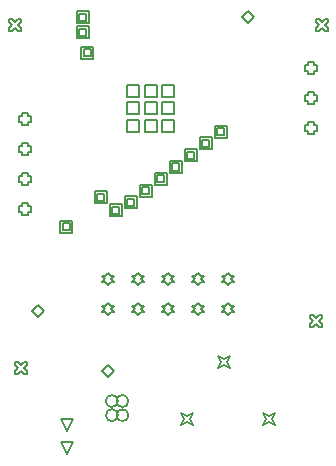
<source format=gbr>
G04*
G04 #@! TF.GenerationSoftware,Altium Limited,Altium Designer,22.4.2 (48)*
G04*
G04 Layer_Color=2752767*
%FSLAX44Y44*%
%MOMM*%
G71*
G04*
G04 #@! TF.SameCoordinates,838EBF20-BE27-4DE5-A25A-4BBD7161CD63*
G04*
G04*
G04 #@! TF.FilePolarity,Positive*
G04*
G01*
G75*
%ADD11C,0.1270*%
%ADD80C,0.1693*%
D11*
X129920Y304520D02*
Y314680D01*
X140080D01*
Y304520D01*
X129920D01*
Y289520D02*
Y299680D01*
X140080D01*
Y289520D01*
X129920D01*
Y319590D02*
Y329750D01*
X140080D01*
Y319590D01*
X129920D01*
X144920Y304520D02*
Y314680D01*
X155080D01*
Y304520D01*
X144920D01*
X114920D02*
Y314680D01*
X125080D01*
Y304520D01*
X114920D01*
Y289520D02*
Y299680D01*
X125080D01*
Y289520D01*
X114920D01*
X144920D02*
Y299680D01*
X155080D01*
Y289520D01*
X144920D01*
Y319590D02*
Y329750D01*
X155080D01*
Y319590D01*
X144920D01*
X114920D02*
Y329750D01*
X125080D01*
Y319590D01*
X114920D01*
X64000Y16920D02*
X58920Y27080D01*
X69080D01*
X64000Y16920D01*
Y36920D02*
X58920Y47080D01*
X69080D01*
X64000Y36920D01*
X150000Y160020D02*
X152540Y162560D01*
X155080D01*
X152540Y165100D01*
X155080Y167640D01*
X152540D01*
X150000Y170180D01*
X147460Y167640D01*
X144920D01*
X147460Y165100D01*
X144920Y162560D01*
X147460D01*
X150000Y160020D01*
X175400Y134620D02*
X177940Y137160D01*
X180480D01*
X177940Y139700D01*
X180480Y142240D01*
X177940D01*
X175400Y144780D01*
X172860Y142240D01*
X170320D01*
X172860Y139700D01*
X170320Y137160D01*
X172860D01*
X175400Y134620D01*
X124600Y160020D02*
X127140Y162560D01*
X129680D01*
X127140Y165100D01*
X129680Y167640D01*
X127140D01*
X124600Y170180D01*
X122060Y167640D01*
X119520D01*
X122060Y165100D01*
X119520Y162560D01*
X122060D01*
X124600Y160020D01*
Y134620D02*
X127140Y137160D01*
X129680D01*
X127140Y139700D01*
X129680Y142240D01*
X127140D01*
X124600Y144780D01*
X122060Y142240D01*
X119520D01*
X122060Y139700D01*
X119520Y137160D01*
X122060D01*
X124600Y134620D01*
X99200Y160020D02*
X101740Y162560D01*
X104280D01*
X101740Y165100D01*
X104280Y167640D01*
X101740D01*
X99200Y170180D01*
X96660Y167640D01*
X94120D01*
X96660Y165100D01*
X94120Y162560D01*
X96660D01*
X99200Y160020D01*
Y134620D02*
X101740Y137160D01*
X104280D01*
X101740Y139700D01*
X104280Y142240D01*
X101740D01*
X99200Y144780D01*
X96660Y142240D01*
X94120D01*
X96660Y139700D01*
X94120Y137160D01*
X96660D01*
X99200Y134620D01*
X150000D02*
X152540Y137160D01*
X155080D01*
X152540Y139700D01*
X155080Y142240D01*
X152540D01*
X150000Y144780D01*
X147460Y142240D01*
X144920D01*
X147460Y139700D01*
X144920Y137160D01*
X147460D01*
X150000Y134620D01*
X200800D02*
X203340Y137160D01*
X205880D01*
X203340Y139700D01*
X205880Y142240D01*
X203340D01*
X200800Y144780D01*
X198260Y142240D01*
X195720D01*
X198260Y139700D01*
X195720Y137160D01*
X198260D01*
X200800Y134620D01*
Y160020D02*
X203340Y162560D01*
X205880D01*
X203340Y165100D01*
X205880Y167640D01*
X203340D01*
X200800Y170180D01*
X198260Y167640D01*
X195720D01*
X198260Y165100D01*
X195720Y162560D01*
X198260D01*
X200800Y160020D01*
X175400Y160020D02*
X177940Y162560D01*
X180480D01*
X177940Y165100D01*
X180480Y167640D01*
X177940D01*
X175400Y170180D01*
X172860Y167640D01*
X170320D01*
X172860Y165100D01*
X170320Y162560D01*
X172860D01*
X175400Y160020D01*
X229920Y41910D02*
X232460Y46990D01*
X229920Y52070D01*
X235000Y49530D01*
X240080Y52070D01*
X237540Y46990D01*
X240080Y41910D01*
X235000Y44450D01*
X229920Y41910D01*
X192420Y89910D02*
X194960Y94990D01*
X192420Y100070D01*
X197500Y97530D01*
X202580Y100070D01*
X200040Y94990D01*
X202580Y89910D01*
X197500Y92450D01*
X192420Y89910D01*
X160920Y41910D02*
X163460Y46990D01*
X160920Y52070D01*
X166000Y49530D01*
X171080Y52070D01*
X168540Y46990D01*
X171080Y41910D01*
X166000Y44450D01*
X160920Y41910D01*
X267970Y341630D02*
Y339090D01*
X273050D01*
Y341630D01*
X275590D01*
Y346710D01*
X273050D01*
Y349250D01*
X267970D01*
Y346710D01*
X265430D01*
Y341630D01*
X267970D01*
Y290830D02*
Y288290D01*
X273050D01*
Y290830D01*
X275590D01*
Y295910D01*
X273050D01*
Y298450D01*
X267970D01*
Y295910D01*
X265430D01*
Y290830D01*
X267970D01*
Y316230D02*
Y313690D01*
X273050D01*
Y316230D01*
X275590D01*
Y321310D01*
X273050D01*
Y323850D01*
X267970D01*
Y321310D01*
X265430D01*
Y316230D01*
X267970D01*
X26460Y222250D02*
Y219710D01*
X31540D01*
Y222250D01*
X34080D01*
Y227330D01*
X31540D01*
Y229870D01*
X26460D01*
Y227330D01*
X23920D01*
Y222250D01*
X26460D01*
Y273050D02*
Y270510D01*
X31540D01*
Y273050D01*
X34080D01*
Y278130D01*
X31540D01*
Y280670D01*
X26460D01*
Y278130D01*
X23920D01*
Y273050D01*
X26460D01*
Y247650D02*
Y245110D01*
X31540D01*
Y247650D01*
X34080D01*
Y252730D01*
X31540D01*
Y255270D01*
X26460D01*
Y252730D01*
X23920D01*
Y247650D01*
X26460D01*
Y298450D02*
Y295910D01*
X31540D01*
Y298450D01*
X34080D01*
Y303530D01*
X31540D01*
Y306070D01*
X26460D01*
Y303530D01*
X23920D01*
Y298450D01*
X26460D01*
X269920Y124920D02*
X272460D01*
X275000Y127460D01*
X277540Y124920D01*
X280080D01*
Y127460D01*
X277540Y130000D01*
X280080Y132540D01*
Y135080D01*
X277540D01*
X275000Y132540D01*
X272460Y135080D01*
X269920D01*
Y132540D01*
X272460Y130000D01*
X269920Y127460D01*
Y124920D01*
X19920Y84920D02*
X22460D01*
X25000Y87460D01*
X27540Y84920D01*
X30080D01*
Y87460D01*
X27540Y90000D01*
X30080Y92540D01*
Y95080D01*
X27540D01*
X25000Y92540D01*
X22460Y95080D01*
X19920D01*
Y92540D01*
X22460Y90000D01*
X19920Y87460D01*
Y84920D01*
X14920Y374920D02*
X17460D01*
X20000Y377460D01*
X22540Y374920D01*
X25080D01*
Y377460D01*
X22540Y380000D01*
X25080Y382540D01*
Y385080D01*
X22540D01*
X20000Y382540D01*
X17460Y385080D01*
X14920D01*
Y382540D01*
X17460Y380000D01*
X14920Y377460D01*
Y374920D01*
X274920D02*
X277460D01*
X280000Y377460D01*
X282540Y374920D01*
X285080D01*
Y377460D01*
X282540Y380000D01*
X285080Y382540D01*
Y385080D01*
X282540D01*
X280000Y382540D01*
X277460Y385080D01*
X274920D01*
Y382540D01*
X277460Y380000D01*
X274920Y377460D01*
Y374920D01*
X212090Y386800D02*
X217170Y391880D01*
X222250Y386800D01*
X217170Y381720D01*
X212090Y386800D01*
X34290Y138430D02*
X39370Y143510D01*
X44450Y138430D01*
X39370Y133350D01*
X34290Y138430D01*
X93980Y87630D02*
X99060Y92710D01*
X104140Y87630D01*
X99060Y82550D01*
X93980Y87630D01*
X100330Y218440D02*
Y228600D01*
X110490D01*
Y218440D01*
X100330D01*
X102362Y220472D02*
Y226568D01*
X108458D01*
Y220472D01*
X102362D01*
X58420Y204470D02*
Y214630D01*
X68580D01*
Y204470D01*
X58420D01*
X60452Y206502D02*
Y212598D01*
X66548D01*
Y206502D01*
X60452D01*
X87630Y229320D02*
Y239480D01*
X97790D01*
Y229320D01*
X87630D01*
X89662Y231352D02*
Y237448D01*
X95758D01*
Y231352D01*
X89662D01*
X189420Y284920D02*
Y295080D01*
X199580D01*
Y284920D01*
X189420D01*
X191452Y286952D02*
Y293048D01*
X197548D01*
Y286952D01*
X191452D01*
X176720Y274920D02*
Y285080D01*
X186880D01*
Y274920D01*
X176720D01*
X178752Y276952D02*
Y283048D01*
X184848D01*
Y276952D01*
X178752D01*
X113220Y224920D02*
Y235080D01*
X123380D01*
Y224920D01*
X113220D01*
X115252Y226952D02*
Y233048D01*
X121348D01*
Y226952D01*
X115252D01*
X164020Y264920D02*
Y275080D01*
X174180D01*
Y264920D01*
X164020D01*
X166052Y266952D02*
Y273048D01*
X172148D01*
Y266952D01*
X166052D01*
X151320Y254920D02*
Y265080D01*
X161480D01*
Y254920D01*
X151320D01*
X153352Y256952D02*
Y263048D01*
X159448D01*
Y256952D01*
X153352D01*
X125920Y234920D02*
Y245080D01*
X136080D01*
Y234920D01*
X125920D01*
X127952Y236952D02*
Y243048D01*
X134048D01*
Y236952D01*
X127952D01*
X138620Y244920D02*
Y255080D01*
X148780D01*
Y244920D01*
X138620D01*
X140652Y246952D02*
Y253048D01*
X146748D01*
Y246952D01*
X140652D01*
X76200Y351790D02*
Y361950D01*
X86360D01*
Y351790D01*
X76200D01*
X78232Y353822D02*
Y359918D01*
X84328D01*
Y353822D01*
X78232D01*
X72390Y369020D02*
Y379180D01*
X82550D01*
Y369020D01*
X72390D01*
X74422Y371052D02*
Y377148D01*
X80518D01*
Y371052D01*
X74422D01*
X72390Y381720D02*
Y391880D01*
X82550D01*
Y381720D01*
X72390D01*
X74422Y383752D02*
Y389848D01*
X80518D01*
Y383752D01*
X74422D01*
D80*
X116260Y49880D02*
G03*
X116260Y49880I-5080J0D01*
G01*
X107260D02*
G03*
X107260Y49880I-5080J0D01*
G01*
X116260Y61880D02*
G03*
X116260Y61880I-5080J0D01*
G01*
X107260D02*
G03*
X107260Y61880I-5080J0D01*
G01*
M02*

</source>
